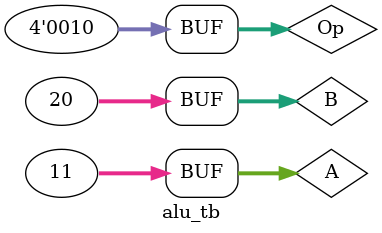
<source format=v>
`timescale 1ns / 1ps


module alu_tb;

	// Inputs
	reg [31:0] A;
	reg [31:0] B;
	reg [3:0] Op;

	// Outputs
	wire [31:0] Out;
	wire Zero;

	// Instantiate the Unit Under Test (UUT)
	alu uut (
		.A(A), 
		.B(B), 
		.Op(Op), 
		.Out(Out), 
		.Zero(Zero)
	);
	
	initial begin
		// Initialize Inputs
		
		//{A,B,Op} = {32'h0000000F,32'h0000000A,4'h2}; #100;
		{A,B,Op} = {32'd1,32'd2,4'd2}; #100;
		{A,B,Op} = {32'd11,32'd20,4'd2}; #100;
		
	end
      
endmodule


</source>
